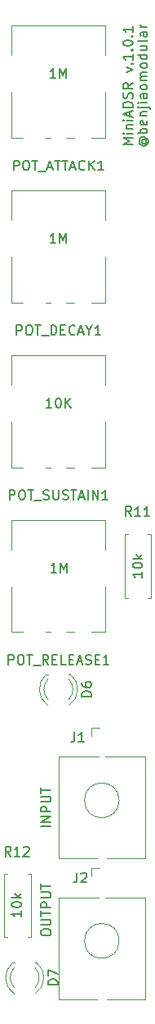
<source format=gbr>
%TF.GenerationSoftware,KiCad,Pcbnew,5.1.9+dfsg1-1~bpo10+1*%
%TF.CreationDate,2022-02-02T14:01:01+08:00*%
%TF.ProjectId,MiniADSR 1.0.1 - Control,4d696e69-4144-4535-9220-312e302e3120,rev?*%
%TF.SameCoordinates,Original*%
%TF.FileFunction,Legend,Top*%
%TF.FilePolarity,Positive*%
%FSLAX46Y46*%
G04 Gerber Fmt 4.6, Leading zero omitted, Abs format (unit mm)*
G04 Created by KiCad (PCBNEW 5.1.9+dfsg1-1~bpo10+1) date 2022-02-02 14:01:01*
%MOMM*%
%LPD*%
G01*
G04 APERTURE LIST*
%ADD10C,0.150000*%
%ADD11C,0.120000*%
G04 APERTURE END LIST*
D10*
X109202380Y-66321428D02*
X108202380Y-66321428D01*
X108916666Y-65988095D01*
X108202380Y-65654761D01*
X109202380Y-65654761D01*
X109202380Y-65178571D02*
X108535714Y-65178571D01*
X108202380Y-65178571D02*
X108250000Y-65226190D01*
X108297619Y-65178571D01*
X108250000Y-65130952D01*
X108202380Y-65178571D01*
X108297619Y-65178571D01*
X108535714Y-64702380D02*
X109202380Y-64702380D01*
X108630952Y-64702380D02*
X108583333Y-64654761D01*
X108535714Y-64559523D01*
X108535714Y-64416666D01*
X108583333Y-64321428D01*
X108678571Y-64273809D01*
X109202380Y-64273809D01*
X109202380Y-63797619D02*
X108535714Y-63797619D01*
X108202380Y-63797619D02*
X108250000Y-63845238D01*
X108297619Y-63797619D01*
X108250000Y-63750000D01*
X108202380Y-63797619D01*
X108297619Y-63797619D01*
X108916666Y-63369047D02*
X108916666Y-62892857D01*
X109202380Y-63464285D02*
X108202380Y-63130952D01*
X109202380Y-62797619D01*
X109202380Y-62464285D02*
X108202380Y-62464285D01*
X108202380Y-62226190D01*
X108250000Y-62083333D01*
X108345238Y-61988095D01*
X108440476Y-61940476D01*
X108630952Y-61892857D01*
X108773809Y-61892857D01*
X108964285Y-61940476D01*
X109059523Y-61988095D01*
X109154761Y-62083333D01*
X109202380Y-62226190D01*
X109202380Y-62464285D01*
X109154761Y-61511904D02*
X109202380Y-61369047D01*
X109202380Y-61130952D01*
X109154761Y-61035714D01*
X109107142Y-60988095D01*
X109011904Y-60940476D01*
X108916666Y-60940476D01*
X108821428Y-60988095D01*
X108773809Y-61035714D01*
X108726190Y-61130952D01*
X108678571Y-61321428D01*
X108630952Y-61416666D01*
X108583333Y-61464285D01*
X108488095Y-61511904D01*
X108392857Y-61511904D01*
X108297619Y-61464285D01*
X108250000Y-61416666D01*
X108202380Y-61321428D01*
X108202380Y-61083333D01*
X108250000Y-60940476D01*
X109202380Y-59940476D02*
X108726190Y-60273809D01*
X109202380Y-60511904D02*
X108202380Y-60511904D01*
X108202380Y-60130952D01*
X108250000Y-60035714D01*
X108297619Y-59988095D01*
X108392857Y-59940476D01*
X108535714Y-59940476D01*
X108630952Y-59988095D01*
X108678571Y-60035714D01*
X108726190Y-60130952D01*
X108726190Y-60511904D01*
X108535714Y-58845238D02*
X109202380Y-58607142D01*
X108535714Y-58369047D01*
X109107142Y-57988095D02*
X109154761Y-57940476D01*
X109202380Y-57988095D01*
X109154761Y-58035714D01*
X109107142Y-57988095D01*
X109202380Y-57988095D01*
X109202380Y-56988095D02*
X109202380Y-57559523D01*
X109202380Y-57273809D02*
X108202380Y-57273809D01*
X108345238Y-57369047D01*
X108440476Y-57464285D01*
X108488095Y-57559523D01*
X109107142Y-56559523D02*
X109154761Y-56511904D01*
X109202380Y-56559523D01*
X109154761Y-56607142D01*
X109107142Y-56559523D01*
X109202380Y-56559523D01*
X108202380Y-55892857D02*
X108202380Y-55797619D01*
X108250000Y-55702380D01*
X108297619Y-55654761D01*
X108392857Y-55607142D01*
X108583333Y-55559523D01*
X108821428Y-55559523D01*
X109011904Y-55607142D01*
X109107142Y-55654761D01*
X109154761Y-55702380D01*
X109202380Y-55797619D01*
X109202380Y-55892857D01*
X109154761Y-55988095D01*
X109107142Y-56035714D01*
X109011904Y-56083333D01*
X108821428Y-56130952D01*
X108583333Y-56130952D01*
X108392857Y-56083333D01*
X108297619Y-56035714D01*
X108250000Y-55988095D01*
X108202380Y-55892857D01*
X109107142Y-55130952D02*
X109154761Y-55083333D01*
X109202380Y-55130952D01*
X109154761Y-55178571D01*
X109107142Y-55130952D01*
X109202380Y-55130952D01*
X109202380Y-54130952D02*
X109202380Y-54702380D01*
X109202380Y-54416666D02*
X108202380Y-54416666D01*
X108345238Y-54511904D01*
X108440476Y-54607142D01*
X108488095Y-54702380D01*
X110226190Y-65797619D02*
X110178571Y-65845238D01*
X110130952Y-65940476D01*
X110130952Y-66035714D01*
X110178571Y-66130952D01*
X110226190Y-66178571D01*
X110321428Y-66226190D01*
X110416666Y-66226190D01*
X110511904Y-66178571D01*
X110559523Y-66130952D01*
X110607142Y-66035714D01*
X110607142Y-65940476D01*
X110559523Y-65845238D01*
X110511904Y-65797619D01*
X110130952Y-65797619D02*
X110511904Y-65797619D01*
X110559523Y-65750000D01*
X110559523Y-65702380D01*
X110511904Y-65607142D01*
X110416666Y-65559523D01*
X110178571Y-65559523D01*
X110035714Y-65654761D01*
X109940476Y-65797619D01*
X109892857Y-65988095D01*
X109940476Y-66178571D01*
X110035714Y-66321428D01*
X110178571Y-66416666D01*
X110369047Y-66464285D01*
X110559523Y-66416666D01*
X110702380Y-66321428D01*
X110797619Y-66178571D01*
X110845238Y-65988095D01*
X110797619Y-65797619D01*
X110702380Y-65654761D01*
X110702380Y-65130952D02*
X109702380Y-65130952D01*
X110083333Y-65130952D02*
X110035714Y-65035714D01*
X110035714Y-64845238D01*
X110083333Y-64750000D01*
X110130952Y-64702380D01*
X110226190Y-64654761D01*
X110511904Y-64654761D01*
X110607142Y-64702380D01*
X110654761Y-64750000D01*
X110702380Y-64845238D01*
X110702380Y-65035714D01*
X110654761Y-65130952D01*
X110654761Y-63845238D02*
X110702380Y-63940476D01*
X110702380Y-64130952D01*
X110654761Y-64226190D01*
X110559523Y-64273809D01*
X110178571Y-64273809D01*
X110083333Y-64226190D01*
X110035714Y-64130952D01*
X110035714Y-63940476D01*
X110083333Y-63845238D01*
X110178571Y-63797619D01*
X110273809Y-63797619D01*
X110369047Y-64273809D01*
X110035714Y-63369047D02*
X110702380Y-63369047D01*
X110130952Y-63369047D02*
X110083333Y-63321428D01*
X110035714Y-63226190D01*
X110035714Y-63083333D01*
X110083333Y-62988095D01*
X110178571Y-62940476D01*
X110702380Y-62940476D01*
X110035714Y-62464285D02*
X110892857Y-62464285D01*
X110988095Y-62511904D01*
X111035714Y-62607142D01*
X111035714Y-62654761D01*
X109702380Y-62464285D02*
X109750000Y-62511904D01*
X109797619Y-62464285D01*
X109750000Y-62416666D01*
X109702380Y-62464285D01*
X109797619Y-62464285D01*
X110702380Y-61988095D02*
X110035714Y-61988095D01*
X109702380Y-61988095D02*
X109750000Y-62035714D01*
X109797619Y-61988095D01*
X109750000Y-61940476D01*
X109702380Y-61988095D01*
X109797619Y-61988095D01*
X110702380Y-61083333D02*
X110178571Y-61083333D01*
X110083333Y-61130952D01*
X110035714Y-61226190D01*
X110035714Y-61416666D01*
X110083333Y-61511904D01*
X110654761Y-61083333D02*
X110702380Y-61178571D01*
X110702380Y-61416666D01*
X110654761Y-61511904D01*
X110559523Y-61559523D01*
X110464285Y-61559523D01*
X110369047Y-61511904D01*
X110321428Y-61416666D01*
X110321428Y-61178571D01*
X110273809Y-61083333D01*
X110702380Y-60464285D02*
X110654761Y-60559523D01*
X110607142Y-60607142D01*
X110511904Y-60654761D01*
X110226190Y-60654761D01*
X110130952Y-60607142D01*
X110083333Y-60559523D01*
X110035714Y-60464285D01*
X110035714Y-60321428D01*
X110083333Y-60226190D01*
X110130952Y-60178571D01*
X110226190Y-60130952D01*
X110511904Y-60130952D01*
X110607142Y-60178571D01*
X110654761Y-60226190D01*
X110702380Y-60321428D01*
X110702380Y-60464285D01*
X110702380Y-59702380D02*
X110035714Y-59702380D01*
X110130952Y-59702380D02*
X110083333Y-59654761D01*
X110035714Y-59559523D01*
X110035714Y-59416666D01*
X110083333Y-59321428D01*
X110178571Y-59273809D01*
X110702380Y-59273809D01*
X110178571Y-59273809D02*
X110083333Y-59226190D01*
X110035714Y-59130952D01*
X110035714Y-58988095D01*
X110083333Y-58892857D01*
X110178571Y-58845238D01*
X110702380Y-58845238D01*
X110702380Y-58226190D02*
X110654761Y-58321428D01*
X110607142Y-58369047D01*
X110511904Y-58416666D01*
X110226190Y-58416666D01*
X110130952Y-58369047D01*
X110083333Y-58321428D01*
X110035714Y-58226190D01*
X110035714Y-58083333D01*
X110083333Y-57988095D01*
X110130952Y-57940476D01*
X110226190Y-57892857D01*
X110511904Y-57892857D01*
X110607142Y-57940476D01*
X110654761Y-57988095D01*
X110702380Y-58083333D01*
X110702380Y-58226190D01*
X110702380Y-57035714D02*
X109702380Y-57035714D01*
X110654761Y-57035714D02*
X110702380Y-57130952D01*
X110702380Y-57321428D01*
X110654761Y-57416666D01*
X110607142Y-57464285D01*
X110511904Y-57511904D01*
X110226190Y-57511904D01*
X110130952Y-57464285D01*
X110083333Y-57416666D01*
X110035714Y-57321428D01*
X110035714Y-57130952D01*
X110083333Y-57035714D01*
X110035714Y-56130952D02*
X110702380Y-56130952D01*
X110035714Y-56559523D02*
X110559523Y-56559523D01*
X110654761Y-56511904D01*
X110702380Y-56416666D01*
X110702380Y-56273809D01*
X110654761Y-56178571D01*
X110607142Y-56130952D01*
X110702380Y-55511904D02*
X110654761Y-55607142D01*
X110559523Y-55654761D01*
X109702380Y-55654761D01*
X110702380Y-54702380D02*
X110178571Y-54702380D01*
X110083333Y-54750000D01*
X110035714Y-54845238D01*
X110035714Y-55035714D01*
X110083333Y-55130952D01*
X110654761Y-54702380D02*
X110702380Y-54797619D01*
X110702380Y-55035714D01*
X110654761Y-55130952D01*
X110559523Y-55178571D01*
X110464285Y-55178571D01*
X110369047Y-55130952D01*
X110321428Y-55035714D01*
X110321428Y-54797619D01*
X110273809Y-54702380D01*
X110702380Y-54226190D02*
X110035714Y-54226190D01*
X110226190Y-54226190D02*
X110130952Y-54178571D01*
X110083333Y-54130952D01*
X110035714Y-54035714D01*
X110035714Y-53940476D01*
D11*
%TO.C,POT_RELEASE1*%
X106370000Y-116620000D02*
X106370000Y-111900000D01*
X106370000Y-116620000D02*
X104880000Y-116620000D01*
X103160000Y-116620000D02*
X102330000Y-116620000D01*
X97810000Y-116620000D02*
X96630000Y-116620000D01*
X106370000Y-105030000D02*
X96630000Y-105030000D01*
X106370000Y-108090000D02*
X106370000Y-105030000D01*
X96620000Y-116620000D02*
X96620000Y-111900000D01*
X96630000Y-108090000D02*
X96630000Y-105030000D01*
X100710000Y-116620000D02*
X100180000Y-116620000D01*
%TO.C,J1*%
X104940000Y-126500000D02*
X104940000Y-127300000D01*
X110500000Y-129480000D02*
X110500000Y-139980000D01*
X110500000Y-129480000D02*
X106350000Y-129480000D01*
X105650000Y-129480000D02*
X101500000Y-129480000D01*
X107800000Y-133980000D02*
G75*
G03*
X107800000Y-133980000I-1800000J0D01*
G01*
X101500000Y-129480000D02*
X101500000Y-139980000D01*
X110500000Y-139980000D02*
X106500000Y-139980000D01*
X105500000Y-139980000D02*
X101500000Y-139980000D01*
X104940000Y-126500000D02*
X105800000Y-126500000D01*
%TO.C,R12*%
X95880000Y-148080000D02*
X96210000Y-148080000D01*
X95880000Y-141540000D02*
X95880000Y-148080000D01*
X96210000Y-141540000D02*
X95880000Y-141540000D01*
X98620000Y-148080000D02*
X98290000Y-148080000D01*
X98620000Y-141540000D02*
X98620000Y-148080000D01*
X98290000Y-141540000D02*
X98620000Y-141540000D01*
%TO.C,R11*%
X110790000Y-106540000D02*
X111120000Y-106540000D01*
X111120000Y-106540000D02*
X111120000Y-113080000D01*
X111120000Y-113080000D02*
X110790000Y-113080000D01*
X108710000Y-106540000D02*
X108380000Y-106540000D01*
X108380000Y-106540000D02*
X108380000Y-113080000D01*
X108380000Y-113080000D02*
X108710000Y-113080000D01*
%TO.C,POT_ATTACK1*%
X100710000Y-65620000D02*
X100180000Y-65620000D01*
X96630000Y-57090000D02*
X96630000Y-54030000D01*
X96620000Y-65620000D02*
X96620000Y-60900000D01*
X106370000Y-57090000D02*
X106370000Y-54030000D01*
X106370000Y-54030000D02*
X96630000Y-54030000D01*
X97810000Y-65620000D02*
X96630000Y-65620000D01*
X103160000Y-65620000D02*
X102330000Y-65620000D01*
X106370000Y-65620000D02*
X104880000Y-65620000D01*
X106370000Y-65620000D02*
X106370000Y-60900000D01*
%TO.C,POT_DECAY1*%
X100710000Y-82620000D02*
X100180000Y-82620000D01*
X96630000Y-74090000D02*
X96630000Y-71030000D01*
X96620000Y-82620000D02*
X96620000Y-77900000D01*
X106370000Y-74090000D02*
X106370000Y-71030000D01*
X106370000Y-71030000D02*
X96630000Y-71030000D01*
X97810000Y-82620000D02*
X96630000Y-82620000D01*
X103160000Y-82620000D02*
X102330000Y-82620000D01*
X106370000Y-82620000D02*
X104880000Y-82620000D01*
X106370000Y-82620000D02*
X106370000Y-77900000D01*
%TO.C,POT_SUSTAIN1*%
X106370000Y-99620000D02*
X106370000Y-94900000D01*
X106370000Y-99620000D02*
X104880000Y-99620000D01*
X103160000Y-99620000D02*
X102330000Y-99620000D01*
X97810000Y-99620000D02*
X96630000Y-99620000D01*
X106370000Y-88030000D02*
X96630000Y-88030000D01*
X106370000Y-91090000D02*
X106370000Y-88030000D01*
X96620000Y-99620000D02*
X96620000Y-94900000D01*
X96630000Y-91090000D02*
X96630000Y-88030000D01*
X100710000Y-99620000D02*
X100180000Y-99620000D01*
%TO.C,D6*%
X102736000Y-120960000D02*
X102580000Y-120960000D01*
X100420000Y-120960000D02*
X100264000Y-120960000D01*
X100420163Y-123561130D02*
G75*
G02*
X100420000Y-121479039I1079837J1041130D01*
G01*
X102579837Y-123561130D02*
G75*
G03*
X102580000Y-121479039I-1079837J1041130D01*
G01*
X100421392Y-124192335D02*
G75*
G02*
X100264484Y-120960000I1078608J1672335D01*
G01*
X102578608Y-124192335D02*
G75*
G03*
X102735516Y-120960000I-1078608J1672335D01*
G01*
%TO.C,D7*%
X96920000Y-150710000D02*
X96764000Y-150710000D01*
X99236000Y-150710000D02*
X99080000Y-150710000D01*
X99078608Y-153942335D02*
G75*
G03*
X99235516Y-150710000I-1078608J1672335D01*
G01*
X96921392Y-153942335D02*
G75*
G02*
X96764484Y-150710000I1078608J1672335D01*
G01*
X99079837Y-153311130D02*
G75*
G03*
X99080000Y-151229039I-1079837J1041130D01*
G01*
X96920163Y-153311130D02*
G75*
G02*
X96920000Y-151229039I1079837J1041130D01*
G01*
%TO.C,J2*%
X104940000Y-141000000D02*
X104940000Y-141800000D01*
X110500000Y-143980000D02*
X110500000Y-154480000D01*
X110500000Y-143980000D02*
X106350000Y-143980000D01*
X105650000Y-143980000D02*
X101500000Y-143980000D01*
X107800000Y-148480000D02*
G75*
G03*
X107800000Y-148480000I-1800000J0D01*
G01*
X101500000Y-143980000D02*
X101500000Y-154480000D01*
X110500000Y-154480000D02*
X106500000Y-154480000D01*
X105500000Y-154480000D02*
X101500000Y-154480000D01*
X104940000Y-141000000D02*
X105800000Y-141000000D01*
%TO.C,POT_RELEASE1*%
D10*
X96309523Y-119952380D02*
X96309523Y-118952380D01*
X96690476Y-118952380D01*
X96785714Y-119000000D01*
X96833333Y-119047619D01*
X96880952Y-119142857D01*
X96880952Y-119285714D01*
X96833333Y-119380952D01*
X96785714Y-119428571D01*
X96690476Y-119476190D01*
X96309523Y-119476190D01*
X97500000Y-118952380D02*
X97690476Y-118952380D01*
X97785714Y-119000000D01*
X97880952Y-119095238D01*
X97928571Y-119285714D01*
X97928571Y-119619047D01*
X97880952Y-119809523D01*
X97785714Y-119904761D01*
X97690476Y-119952380D01*
X97500000Y-119952380D01*
X97404761Y-119904761D01*
X97309523Y-119809523D01*
X97261904Y-119619047D01*
X97261904Y-119285714D01*
X97309523Y-119095238D01*
X97404761Y-119000000D01*
X97500000Y-118952380D01*
X98214285Y-118952380D02*
X98785714Y-118952380D01*
X98500000Y-119952380D02*
X98500000Y-118952380D01*
X98880952Y-120047619D02*
X99642857Y-120047619D01*
X100452380Y-119952380D02*
X100119047Y-119476190D01*
X99880952Y-119952380D02*
X99880952Y-118952380D01*
X100261904Y-118952380D01*
X100357142Y-119000000D01*
X100404761Y-119047619D01*
X100452380Y-119142857D01*
X100452380Y-119285714D01*
X100404761Y-119380952D01*
X100357142Y-119428571D01*
X100261904Y-119476190D01*
X99880952Y-119476190D01*
X100880952Y-119428571D02*
X101214285Y-119428571D01*
X101357142Y-119952380D02*
X100880952Y-119952380D01*
X100880952Y-118952380D01*
X101357142Y-118952380D01*
X102261904Y-119952380D02*
X101785714Y-119952380D01*
X101785714Y-118952380D01*
X102595238Y-119428571D02*
X102928571Y-119428571D01*
X103071428Y-119952380D02*
X102595238Y-119952380D01*
X102595238Y-118952380D01*
X103071428Y-118952380D01*
X103452380Y-119666666D02*
X103928571Y-119666666D01*
X103357142Y-119952380D02*
X103690476Y-118952380D01*
X104023809Y-119952380D01*
X104309523Y-119904761D02*
X104452380Y-119952380D01*
X104690476Y-119952380D01*
X104785714Y-119904761D01*
X104833333Y-119857142D01*
X104880952Y-119761904D01*
X104880952Y-119666666D01*
X104833333Y-119571428D01*
X104785714Y-119523809D01*
X104690476Y-119476190D01*
X104500000Y-119428571D01*
X104404761Y-119380952D01*
X104357142Y-119333333D01*
X104309523Y-119238095D01*
X104309523Y-119142857D01*
X104357142Y-119047619D01*
X104404761Y-119000000D01*
X104500000Y-118952380D01*
X104738095Y-118952380D01*
X104880952Y-119000000D01*
X105309523Y-119428571D02*
X105642857Y-119428571D01*
X105785714Y-119952380D02*
X105309523Y-119952380D01*
X105309523Y-118952380D01*
X105785714Y-118952380D01*
X106738095Y-119952380D02*
X106166666Y-119952380D01*
X106452380Y-119952380D02*
X106452380Y-118952380D01*
X106357142Y-119095238D01*
X106261904Y-119190476D01*
X106166666Y-119238095D01*
X101314285Y-110452380D02*
X100742857Y-110452380D01*
X101028571Y-110452380D02*
X101028571Y-109452380D01*
X100933333Y-109595238D01*
X100838095Y-109690476D01*
X100742857Y-109738095D01*
X101742857Y-110452380D02*
X101742857Y-109452380D01*
X102076190Y-110166666D01*
X102409523Y-109452380D01*
X102409523Y-110452380D01*
%TO.C,J1*%
X103166666Y-126952380D02*
X103166666Y-127666666D01*
X103119047Y-127809523D01*
X103023809Y-127904761D01*
X102880952Y-127952380D01*
X102785714Y-127952380D01*
X104166666Y-127952380D02*
X103595238Y-127952380D01*
X103880952Y-127952380D02*
X103880952Y-126952380D01*
X103785714Y-127095238D01*
X103690476Y-127190476D01*
X103595238Y-127238095D01*
X100702380Y-136678571D02*
X99702380Y-136678571D01*
X100702380Y-136202380D02*
X99702380Y-136202380D01*
X100702380Y-135630952D01*
X99702380Y-135630952D01*
X100702380Y-135154761D02*
X99702380Y-135154761D01*
X99702380Y-134773809D01*
X99750000Y-134678571D01*
X99797619Y-134630952D01*
X99892857Y-134583333D01*
X100035714Y-134583333D01*
X100130952Y-134630952D01*
X100178571Y-134678571D01*
X100226190Y-134773809D01*
X100226190Y-135154761D01*
X99702380Y-134154761D02*
X100511904Y-134154761D01*
X100607142Y-134107142D01*
X100654761Y-134059523D01*
X100702380Y-133964285D01*
X100702380Y-133773809D01*
X100654761Y-133678571D01*
X100607142Y-133630952D01*
X100511904Y-133583333D01*
X99702380Y-133583333D01*
X99702380Y-133250000D02*
X99702380Y-132678571D01*
X100702380Y-132964285D02*
X99702380Y-132964285D01*
%TO.C,R12*%
X96557142Y-139752380D02*
X96223809Y-139276190D01*
X95985714Y-139752380D02*
X95985714Y-138752380D01*
X96366666Y-138752380D01*
X96461904Y-138800000D01*
X96509523Y-138847619D01*
X96557142Y-138942857D01*
X96557142Y-139085714D01*
X96509523Y-139180952D01*
X96461904Y-139228571D01*
X96366666Y-139276190D01*
X95985714Y-139276190D01*
X97509523Y-139752380D02*
X96938095Y-139752380D01*
X97223809Y-139752380D02*
X97223809Y-138752380D01*
X97128571Y-138895238D01*
X97033333Y-138990476D01*
X96938095Y-139038095D01*
X97890476Y-138847619D02*
X97938095Y-138800000D01*
X98033333Y-138752380D01*
X98271428Y-138752380D01*
X98366666Y-138800000D01*
X98414285Y-138847619D01*
X98461904Y-138942857D01*
X98461904Y-139038095D01*
X98414285Y-139180952D01*
X97842857Y-139752380D01*
X98461904Y-139752380D01*
X97652380Y-145395238D02*
X97652380Y-145966666D01*
X97652380Y-145680952D02*
X96652380Y-145680952D01*
X96795238Y-145776190D01*
X96890476Y-145871428D01*
X96938095Y-145966666D01*
X96652380Y-144776190D02*
X96652380Y-144680952D01*
X96700000Y-144585714D01*
X96747619Y-144538095D01*
X96842857Y-144490476D01*
X97033333Y-144442857D01*
X97271428Y-144442857D01*
X97461904Y-144490476D01*
X97557142Y-144538095D01*
X97604761Y-144585714D01*
X97652380Y-144680952D01*
X97652380Y-144776190D01*
X97604761Y-144871428D01*
X97557142Y-144919047D01*
X97461904Y-144966666D01*
X97271428Y-145014285D01*
X97033333Y-145014285D01*
X96842857Y-144966666D01*
X96747619Y-144919047D01*
X96700000Y-144871428D01*
X96652380Y-144776190D01*
X97652380Y-144014285D02*
X96652380Y-144014285D01*
X97271428Y-143919047D02*
X97652380Y-143633333D01*
X96985714Y-143633333D02*
X97366666Y-144014285D01*
%TO.C,R11*%
X109057142Y-104652380D02*
X108723809Y-104176190D01*
X108485714Y-104652380D02*
X108485714Y-103652380D01*
X108866666Y-103652380D01*
X108961904Y-103700000D01*
X109009523Y-103747619D01*
X109057142Y-103842857D01*
X109057142Y-103985714D01*
X109009523Y-104080952D01*
X108961904Y-104128571D01*
X108866666Y-104176190D01*
X108485714Y-104176190D01*
X110009523Y-104652380D02*
X109438095Y-104652380D01*
X109723809Y-104652380D02*
X109723809Y-103652380D01*
X109628571Y-103795238D01*
X109533333Y-103890476D01*
X109438095Y-103938095D01*
X110961904Y-104652380D02*
X110390476Y-104652380D01*
X110676190Y-104652380D02*
X110676190Y-103652380D01*
X110580952Y-103795238D01*
X110485714Y-103890476D01*
X110390476Y-103938095D01*
X110202380Y-110405238D02*
X110202380Y-110976666D01*
X110202380Y-110690952D02*
X109202380Y-110690952D01*
X109345238Y-110786190D01*
X109440476Y-110881428D01*
X109488095Y-110976666D01*
X109202380Y-109786190D02*
X109202380Y-109690952D01*
X109250000Y-109595714D01*
X109297619Y-109548095D01*
X109392857Y-109500476D01*
X109583333Y-109452857D01*
X109821428Y-109452857D01*
X110011904Y-109500476D01*
X110107142Y-109548095D01*
X110154761Y-109595714D01*
X110202380Y-109690952D01*
X110202380Y-109786190D01*
X110154761Y-109881428D01*
X110107142Y-109929047D01*
X110011904Y-109976666D01*
X109821428Y-110024285D01*
X109583333Y-110024285D01*
X109392857Y-109976666D01*
X109297619Y-109929047D01*
X109250000Y-109881428D01*
X109202380Y-109786190D01*
X110202380Y-109024285D02*
X109202380Y-109024285D01*
X109821428Y-108929047D02*
X110202380Y-108643333D01*
X109535714Y-108643333D02*
X109916666Y-109024285D01*
%TO.C,POT_ATTACK1*%
X96857142Y-68952380D02*
X96857142Y-67952380D01*
X97238095Y-67952380D01*
X97333333Y-68000000D01*
X97380952Y-68047619D01*
X97428571Y-68142857D01*
X97428571Y-68285714D01*
X97380952Y-68380952D01*
X97333333Y-68428571D01*
X97238095Y-68476190D01*
X96857142Y-68476190D01*
X98047619Y-67952380D02*
X98238095Y-67952380D01*
X98333333Y-68000000D01*
X98428571Y-68095238D01*
X98476190Y-68285714D01*
X98476190Y-68619047D01*
X98428571Y-68809523D01*
X98333333Y-68904761D01*
X98238095Y-68952380D01*
X98047619Y-68952380D01*
X97952380Y-68904761D01*
X97857142Y-68809523D01*
X97809523Y-68619047D01*
X97809523Y-68285714D01*
X97857142Y-68095238D01*
X97952380Y-68000000D01*
X98047619Y-67952380D01*
X98761904Y-67952380D02*
X99333333Y-67952380D01*
X99047619Y-68952380D02*
X99047619Y-67952380D01*
X99428571Y-69047619D02*
X100190476Y-69047619D01*
X100380952Y-68666666D02*
X100857142Y-68666666D01*
X100285714Y-68952380D02*
X100619047Y-67952380D01*
X100952380Y-68952380D01*
X101142857Y-67952380D02*
X101714285Y-67952380D01*
X101428571Y-68952380D02*
X101428571Y-67952380D01*
X101904761Y-67952380D02*
X102476190Y-67952380D01*
X102190476Y-68952380D02*
X102190476Y-67952380D01*
X102761904Y-68666666D02*
X103238095Y-68666666D01*
X102666666Y-68952380D02*
X103000000Y-67952380D01*
X103333333Y-68952380D01*
X104238095Y-68857142D02*
X104190476Y-68904761D01*
X104047619Y-68952380D01*
X103952380Y-68952380D01*
X103809523Y-68904761D01*
X103714285Y-68809523D01*
X103666666Y-68714285D01*
X103619047Y-68523809D01*
X103619047Y-68380952D01*
X103666666Y-68190476D01*
X103714285Y-68095238D01*
X103809523Y-68000000D01*
X103952380Y-67952380D01*
X104047619Y-67952380D01*
X104190476Y-68000000D01*
X104238095Y-68047619D01*
X104666666Y-68952380D02*
X104666666Y-67952380D01*
X105238095Y-68952380D02*
X104809523Y-68380952D01*
X105238095Y-67952380D02*
X104666666Y-68523809D01*
X106190476Y-68952380D02*
X105619047Y-68952380D01*
X105904761Y-68952380D02*
X105904761Y-67952380D01*
X105809523Y-68095238D01*
X105714285Y-68190476D01*
X105619047Y-68238095D01*
X101214285Y-59452380D02*
X100642857Y-59452380D01*
X100928571Y-59452380D02*
X100928571Y-58452380D01*
X100833333Y-58595238D01*
X100738095Y-58690476D01*
X100642857Y-58738095D01*
X101642857Y-59452380D02*
X101642857Y-58452380D01*
X101976190Y-59166666D01*
X102309523Y-58452380D01*
X102309523Y-59452380D01*
%TO.C,POT_DECAY1*%
X97166666Y-85952380D02*
X97166666Y-84952380D01*
X97547619Y-84952380D01*
X97642857Y-85000000D01*
X97690476Y-85047619D01*
X97738095Y-85142857D01*
X97738095Y-85285714D01*
X97690476Y-85380952D01*
X97642857Y-85428571D01*
X97547619Y-85476190D01*
X97166666Y-85476190D01*
X98357142Y-84952380D02*
X98547619Y-84952380D01*
X98642857Y-85000000D01*
X98738095Y-85095238D01*
X98785714Y-85285714D01*
X98785714Y-85619047D01*
X98738095Y-85809523D01*
X98642857Y-85904761D01*
X98547619Y-85952380D01*
X98357142Y-85952380D01*
X98261904Y-85904761D01*
X98166666Y-85809523D01*
X98119047Y-85619047D01*
X98119047Y-85285714D01*
X98166666Y-85095238D01*
X98261904Y-85000000D01*
X98357142Y-84952380D01*
X99071428Y-84952380D02*
X99642857Y-84952380D01*
X99357142Y-85952380D02*
X99357142Y-84952380D01*
X99738095Y-86047619D02*
X100500000Y-86047619D01*
X100738095Y-85952380D02*
X100738095Y-84952380D01*
X100976190Y-84952380D01*
X101119047Y-85000000D01*
X101214285Y-85095238D01*
X101261904Y-85190476D01*
X101309523Y-85380952D01*
X101309523Y-85523809D01*
X101261904Y-85714285D01*
X101214285Y-85809523D01*
X101119047Y-85904761D01*
X100976190Y-85952380D01*
X100738095Y-85952380D01*
X101738095Y-85428571D02*
X102071428Y-85428571D01*
X102214285Y-85952380D02*
X101738095Y-85952380D01*
X101738095Y-84952380D01*
X102214285Y-84952380D01*
X103214285Y-85857142D02*
X103166666Y-85904761D01*
X103023809Y-85952380D01*
X102928571Y-85952380D01*
X102785714Y-85904761D01*
X102690476Y-85809523D01*
X102642857Y-85714285D01*
X102595238Y-85523809D01*
X102595238Y-85380952D01*
X102642857Y-85190476D01*
X102690476Y-85095238D01*
X102785714Y-85000000D01*
X102928571Y-84952380D01*
X103023809Y-84952380D01*
X103166666Y-85000000D01*
X103214285Y-85047619D01*
X103595238Y-85666666D02*
X104071428Y-85666666D01*
X103500000Y-85952380D02*
X103833333Y-84952380D01*
X104166666Y-85952380D01*
X104690476Y-85476190D02*
X104690476Y-85952380D01*
X104357142Y-84952380D02*
X104690476Y-85476190D01*
X105023809Y-84952380D01*
X105880952Y-85952380D02*
X105309523Y-85952380D01*
X105595238Y-85952380D02*
X105595238Y-84952380D01*
X105500000Y-85095238D01*
X105404761Y-85190476D01*
X105309523Y-85238095D01*
X101214285Y-76452380D02*
X100642857Y-76452380D01*
X100928571Y-76452380D02*
X100928571Y-75452380D01*
X100833333Y-75595238D01*
X100738095Y-75690476D01*
X100642857Y-75738095D01*
X101642857Y-76452380D02*
X101642857Y-75452380D01*
X101976190Y-76166666D01*
X102309523Y-75452380D01*
X102309523Y-76452380D01*
%TO.C,POT_SUSTAIN1*%
X96428571Y-102952380D02*
X96428571Y-101952380D01*
X96809523Y-101952380D01*
X96904761Y-102000000D01*
X96952380Y-102047619D01*
X97000000Y-102142857D01*
X97000000Y-102285714D01*
X96952380Y-102380952D01*
X96904761Y-102428571D01*
X96809523Y-102476190D01*
X96428571Y-102476190D01*
X97619047Y-101952380D02*
X97809523Y-101952380D01*
X97904761Y-102000000D01*
X98000000Y-102095238D01*
X98047619Y-102285714D01*
X98047619Y-102619047D01*
X98000000Y-102809523D01*
X97904761Y-102904761D01*
X97809523Y-102952380D01*
X97619047Y-102952380D01*
X97523809Y-102904761D01*
X97428571Y-102809523D01*
X97380952Y-102619047D01*
X97380952Y-102285714D01*
X97428571Y-102095238D01*
X97523809Y-102000000D01*
X97619047Y-101952380D01*
X98333333Y-101952380D02*
X98904761Y-101952380D01*
X98619047Y-102952380D02*
X98619047Y-101952380D01*
X99000000Y-103047619D02*
X99761904Y-103047619D01*
X99952380Y-102904761D02*
X100095238Y-102952380D01*
X100333333Y-102952380D01*
X100428571Y-102904761D01*
X100476190Y-102857142D01*
X100523809Y-102761904D01*
X100523809Y-102666666D01*
X100476190Y-102571428D01*
X100428571Y-102523809D01*
X100333333Y-102476190D01*
X100142857Y-102428571D01*
X100047619Y-102380952D01*
X100000000Y-102333333D01*
X99952380Y-102238095D01*
X99952380Y-102142857D01*
X100000000Y-102047619D01*
X100047619Y-102000000D01*
X100142857Y-101952380D01*
X100380952Y-101952380D01*
X100523809Y-102000000D01*
X100952380Y-101952380D02*
X100952380Y-102761904D01*
X101000000Y-102857142D01*
X101047619Y-102904761D01*
X101142857Y-102952380D01*
X101333333Y-102952380D01*
X101428571Y-102904761D01*
X101476190Y-102857142D01*
X101523809Y-102761904D01*
X101523809Y-101952380D01*
X101952380Y-102904761D02*
X102095238Y-102952380D01*
X102333333Y-102952380D01*
X102428571Y-102904761D01*
X102476190Y-102857142D01*
X102523809Y-102761904D01*
X102523809Y-102666666D01*
X102476190Y-102571428D01*
X102428571Y-102523809D01*
X102333333Y-102476190D01*
X102142857Y-102428571D01*
X102047619Y-102380952D01*
X102000000Y-102333333D01*
X101952380Y-102238095D01*
X101952380Y-102142857D01*
X102000000Y-102047619D01*
X102047619Y-102000000D01*
X102142857Y-101952380D01*
X102380952Y-101952380D01*
X102523809Y-102000000D01*
X102809523Y-101952380D02*
X103380952Y-101952380D01*
X103095238Y-102952380D02*
X103095238Y-101952380D01*
X103666666Y-102666666D02*
X104142857Y-102666666D01*
X103571428Y-102952380D02*
X103904761Y-101952380D01*
X104238095Y-102952380D01*
X104571428Y-102952380D02*
X104571428Y-101952380D01*
X105047619Y-102952380D02*
X105047619Y-101952380D01*
X105619047Y-102952380D01*
X105619047Y-101952380D01*
X106619047Y-102952380D02*
X106047619Y-102952380D01*
X106333333Y-102952380D02*
X106333333Y-101952380D01*
X106238095Y-102095238D01*
X106142857Y-102190476D01*
X106047619Y-102238095D01*
X100809523Y-93452380D02*
X100238095Y-93452380D01*
X100523809Y-93452380D02*
X100523809Y-92452380D01*
X100428571Y-92595238D01*
X100333333Y-92690476D01*
X100238095Y-92738095D01*
X101428571Y-92452380D02*
X101523809Y-92452380D01*
X101619047Y-92500000D01*
X101666666Y-92547619D01*
X101714285Y-92642857D01*
X101761904Y-92833333D01*
X101761904Y-93071428D01*
X101714285Y-93261904D01*
X101666666Y-93357142D01*
X101619047Y-93404761D01*
X101523809Y-93452380D01*
X101428571Y-93452380D01*
X101333333Y-93404761D01*
X101285714Y-93357142D01*
X101238095Y-93261904D01*
X101190476Y-93071428D01*
X101190476Y-92833333D01*
X101238095Y-92642857D01*
X101285714Y-92547619D01*
X101333333Y-92500000D01*
X101428571Y-92452380D01*
X102190476Y-93452380D02*
X102190476Y-92452380D01*
X102761904Y-93452380D02*
X102333333Y-92880952D01*
X102761904Y-92452380D02*
X102190476Y-93023809D01*
%TO.C,D6*%
X104912380Y-123258095D02*
X103912380Y-123258095D01*
X103912380Y-123020000D01*
X103960000Y-122877142D01*
X104055238Y-122781904D01*
X104150476Y-122734285D01*
X104340952Y-122686666D01*
X104483809Y-122686666D01*
X104674285Y-122734285D01*
X104769523Y-122781904D01*
X104864761Y-122877142D01*
X104912380Y-123020000D01*
X104912380Y-123258095D01*
X103912380Y-121829523D02*
X103912380Y-122020000D01*
X103960000Y-122115238D01*
X104007619Y-122162857D01*
X104150476Y-122258095D01*
X104340952Y-122305714D01*
X104721904Y-122305714D01*
X104817142Y-122258095D01*
X104864761Y-122210476D01*
X104912380Y-122115238D01*
X104912380Y-121924761D01*
X104864761Y-121829523D01*
X104817142Y-121781904D01*
X104721904Y-121734285D01*
X104483809Y-121734285D01*
X104388571Y-121781904D01*
X104340952Y-121829523D01*
X104293333Y-121924761D01*
X104293333Y-122115238D01*
X104340952Y-122210476D01*
X104388571Y-122258095D01*
X104483809Y-122305714D01*
%TO.C,D7*%
X101412380Y-153008095D02*
X100412380Y-153008095D01*
X100412380Y-152770000D01*
X100460000Y-152627142D01*
X100555238Y-152531904D01*
X100650476Y-152484285D01*
X100840952Y-152436666D01*
X100983809Y-152436666D01*
X101174285Y-152484285D01*
X101269523Y-152531904D01*
X101364761Y-152627142D01*
X101412380Y-152770000D01*
X101412380Y-153008095D01*
X100412380Y-152103333D02*
X100412380Y-151436666D01*
X101412380Y-151865238D01*
%TO.C,J2*%
X103416666Y-141452380D02*
X103416666Y-142166666D01*
X103369047Y-142309523D01*
X103273809Y-142404761D01*
X103130952Y-142452380D01*
X103035714Y-142452380D01*
X103845238Y-141547619D02*
X103892857Y-141500000D01*
X103988095Y-141452380D01*
X104226190Y-141452380D01*
X104321428Y-141500000D01*
X104369047Y-141547619D01*
X104416666Y-141642857D01*
X104416666Y-141738095D01*
X104369047Y-141880952D01*
X103797619Y-142452380D01*
X104416666Y-142452380D01*
X99702380Y-147704761D02*
X99702380Y-147514285D01*
X99750000Y-147419047D01*
X99845238Y-147323809D01*
X100035714Y-147276190D01*
X100369047Y-147276190D01*
X100559523Y-147323809D01*
X100654761Y-147419047D01*
X100702380Y-147514285D01*
X100702380Y-147704761D01*
X100654761Y-147800000D01*
X100559523Y-147895238D01*
X100369047Y-147942857D01*
X100035714Y-147942857D01*
X99845238Y-147895238D01*
X99750000Y-147800000D01*
X99702380Y-147704761D01*
X99702380Y-146847619D02*
X100511904Y-146847619D01*
X100607142Y-146800000D01*
X100654761Y-146752380D01*
X100702380Y-146657142D01*
X100702380Y-146466666D01*
X100654761Y-146371428D01*
X100607142Y-146323809D01*
X100511904Y-146276190D01*
X99702380Y-146276190D01*
X99702380Y-145942857D02*
X99702380Y-145371428D01*
X100702380Y-145657142D02*
X99702380Y-145657142D01*
X100702380Y-145038095D02*
X99702380Y-145038095D01*
X99702380Y-144657142D01*
X99750000Y-144561904D01*
X99797619Y-144514285D01*
X99892857Y-144466666D01*
X100035714Y-144466666D01*
X100130952Y-144514285D01*
X100178571Y-144561904D01*
X100226190Y-144657142D01*
X100226190Y-145038095D01*
X99702380Y-144038095D02*
X100511904Y-144038095D01*
X100607142Y-143990476D01*
X100654761Y-143942857D01*
X100702380Y-143847619D01*
X100702380Y-143657142D01*
X100654761Y-143561904D01*
X100607142Y-143514285D01*
X100511904Y-143466666D01*
X99702380Y-143466666D01*
X99702380Y-143133333D02*
X99702380Y-142561904D01*
X100702380Y-142847619D02*
X99702380Y-142847619D01*
%TD*%
M02*

</source>
